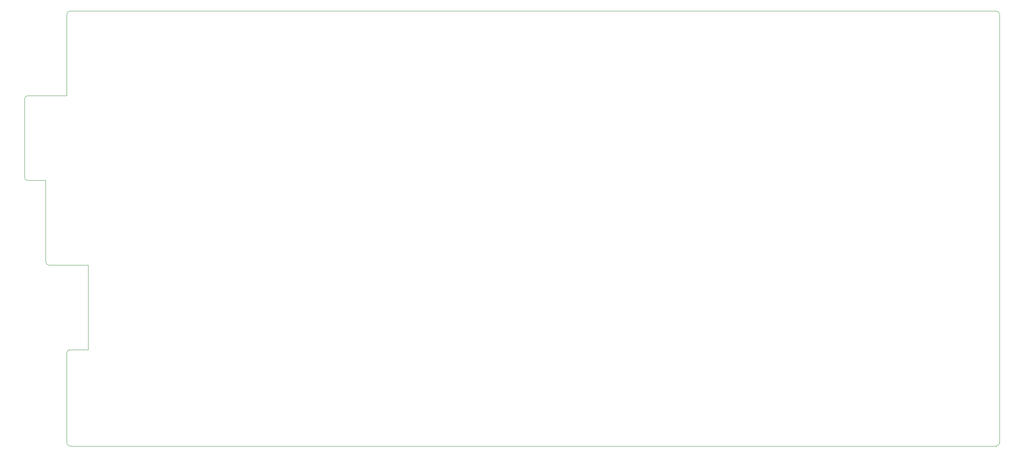
<source format=gbr>
%TF.GenerationSoftware,KiCad,Pcbnew,(5.1.7)-1*%
%TF.CreationDate,2020-11-02T23:06:18+01:00*%
%TF.ProjectId,Split65Right,53706c69-7436-4355-9269-6768742e6b69,rev?*%
%TF.SameCoordinates,Original*%
%TF.FileFunction,Profile,NP*%
%FSLAX46Y46*%
G04 Gerber Fmt 4.6, Leading zero omitted, Abs format (unit mm)*
G04 Created by KiCad (PCBNEW (5.1.7)-1) date 2020-11-02 23:06:18*
%MOMM*%
%LPD*%
G01*
G04 APERTURE LIST*
%TA.AperFunction,Profile*%
%ADD10C,0.050000*%
%TD*%
G04 APERTURE END LIST*
D10*
X30940000Y-107338000D02*
G75*
G02*
X31654000Y-106624000I714000J0D01*
G01*
X26894000Y-87584000D02*
G75*
G02*
X26180000Y-86870000I0J714000D01*
G01*
X22134000Y-68544000D02*
G75*
G02*
X21420000Y-67830000I0J714000D01*
G01*
X21420000Y-50218000D02*
G75*
G02*
X22134000Y-49504000I714000J0D01*
G01*
X240618000Y-127568000D02*
G75*
G02*
X239904000Y-128282000I-714000J0D01*
G01*
X240618000Y-31178000D02*
X240618000Y-127568000D01*
X31654000Y-128282000D02*
X239904000Y-128282000D01*
X31654000Y-128282000D02*
G75*
G02*
X30940000Y-127568000I0J714000D01*
G01*
X30940000Y-126140000D02*
X30940000Y-127568000D01*
X30940000Y-107338000D02*
X30940000Y-126140000D01*
X35700000Y-106624000D02*
X31654000Y-106624000D01*
X35700000Y-87584000D02*
X35700000Y-106624000D01*
X26894000Y-87584000D02*
X35700000Y-87584000D01*
X26180000Y-68544000D02*
X26180000Y-86870000D01*
X22134000Y-68544000D02*
X26180000Y-68544000D01*
X21420000Y-50218000D02*
X21420000Y-67830000D01*
X30940000Y-49504000D02*
X22134000Y-49504000D01*
X30940000Y-31178000D02*
X30940000Y-49504000D01*
X30940000Y-31178000D02*
G75*
G02*
X31654000Y-30464000I714000J0D01*
G01*
X239904000Y-30464000D02*
G75*
G02*
X240618000Y-31178000I0J-714000D01*
G01*
X236096000Y-30464000D02*
X239904000Y-30464000D01*
X31654000Y-30464000D02*
X236096000Y-30464000D01*
M02*

</source>
